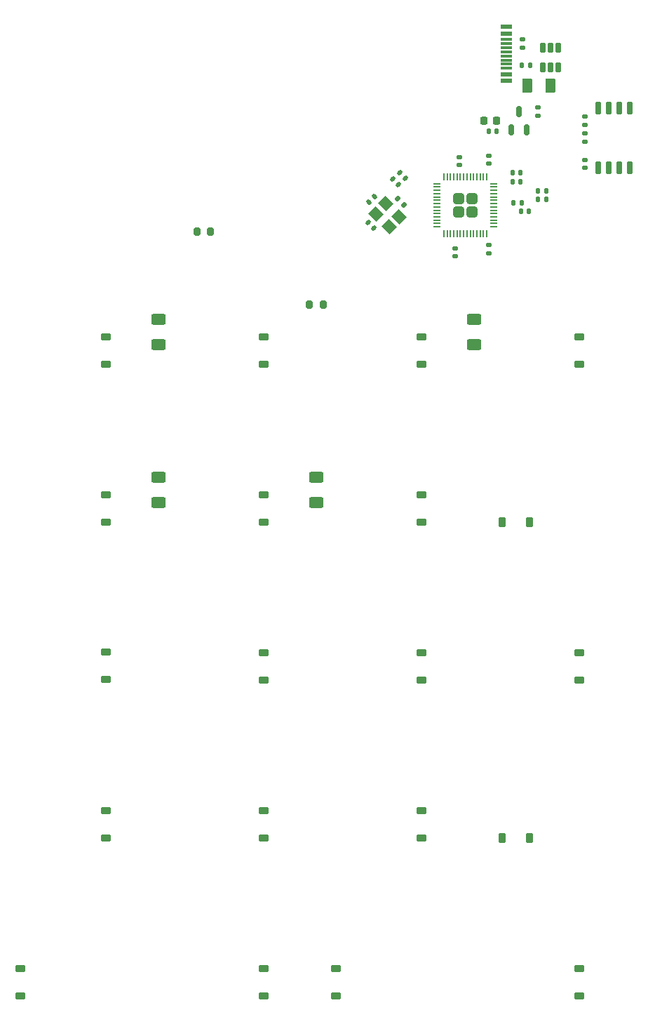
<source format=gbr>
%TF.GenerationSoftware,KiCad,Pcbnew,8.0.2*%
%TF.CreationDate,2024-11-08T17:23:41-08:00*%
%TF.ProjectId,gh80-5700,67683830-2d35-4373-9030-2e6b69636164,rev?*%
%TF.SameCoordinates,Original*%
%TF.FileFunction,Paste,Bot*%
%TF.FilePolarity,Positive*%
%FSLAX46Y46*%
G04 Gerber Fmt 4.6, Leading zero omitted, Abs format (unit mm)*
G04 Created by KiCad (PCBNEW 8.0.2) date 2024-11-08 17:23:41*
%MOMM*%
%LPD*%
G01*
G04 APERTURE LIST*
G04 Aperture macros list*
%AMRoundRect*
0 Rectangle with rounded corners*
0 $1 Rounding radius*
0 $2 $3 $4 $5 $6 $7 $8 $9 X,Y pos of 4 corners*
0 Add a 4 corners polygon primitive as box body*
4,1,4,$2,$3,$4,$5,$6,$7,$8,$9,$2,$3,0*
0 Add four circle primitives for the rounded corners*
1,1,$1+$1,$2,$3*
1,1,$1+$1,$4,$5*
1,1,$1+$1,$6,$7*
1,1,$1+$1,$8,$9*
0 Add four rect primitives between the rounded corners*
20,1,$1+$1,$2,$3,$4,$5,0*
20,1,$1+$1,$4,$5,$6,$7,0*
20,1,$1+$1,$6,$7,$8,$9,0*
20,1,$1+$1,$8,$9,$2,$3,0*%
%AMRotRect*
0 Rectangle, with rotation*
0 The origin of the aperture is its center*
0 $1 length*
0 $2 width*
0 $3 Rotation angle, in degrees counterclockwise*
0 Add horizontal line*
21,1,$1,$2,0,0,$3*%
G04 Aperture macros list end*
%ADD10RoundRect,0.140000X0.219203X0.021213X0.021213X0.219203X-0.219203X-0.021213X-0.021213X-0.219203X0*%
%ADD11RoundRect,0.225000X0.375000X-0.225000X0.375000X0.225000X-0.375000X0.225000X-0.375000X-0.225000X0*%
%ADD12RoundRect,0.140000X0.170000X-0.140000X0.170000X0.140000X-0.170000X0.140000X-0.170000X-0.140000X0*%
%ADD13RoundRect,0.140000X-0.170000X0.140000X-0.170000X-0.140000X0.170000X-0.140000X0.170000X0.140000X0*%
%ADD14RoundRect,0.135000X-0.185000X0.135000X-0.185000X-0.135000X0.185000X-0.135000X0.185000X0.135000X0*%
%ADD15RoundRect,0.140000X-0.140000X-0.170000X0.140000X-0.170000X0.140000X0.170000X-0.140000X0.170000X0*%
%ADD16RoundRect,0.200000X-0.200000X-0.275000X0.200000X-0.275000X0.200000X0.275000X-0.200000X0.275000X0*%
%ADD17RoundRect,0.250000X-0.625000X0.400000X-0.625000X-0.400000X0.625000X-0.400000X0.625000X0.400000X0*%
%ADD18RoundRect,0.250000X0.625000X-0.400000X0.625000X0.400000X-0.625000X0.400000X-0.625000X-0.400000X0*%
%ADD19RoundRect,0.150000X-0.150000X0.650000X-0.150000X-0.650000X0.150000X-0.650000X0.150000X0.650000X0*%
%ADD20RoundRect,0.249999X0.395001X-0.395001X0.395001X0.395001X-0.395001X0.395001X-0.395001X-0.395001X0*%
%ADD21RoundRect,0.050000X0.050000X-0.387500X0.050000X0.387500X-0.050000X0.387500X-0.050000X-0.387500X0*%
%ADD22RoundRect,0.050000X0.387500X-0.050000X0.387500X0.050000X-0.387500X0.050000X-0.387500X-0.050000X0*%
%ADD23RoundRect,0.135000X-0.135000X-0.185000X0.135000X-0.185000X0.135000X0.185000X-0.135000X0.185000X0*%
%ADD24RoundRect,0.150000X-0.150000X0.475000X-0.150000X-0.475000X0.150000X-0.475000X0.150000X0.475000X0*%
%ADD25RotRect,1.400000X1.200000X315.000000*%
%ADD26RoundRect,0.225000X-0.225000X-0.375000X0.225000X-0.375000X0.225000X0.375000X-0.225000X0.375000X0*%
%ADD27RoundRect,0.140000X-0.219203X-0.021213X-0.021213X-0.219203X0.219203X0.021213X0.021213X0.219203X0*%
%ADD28RoundRect,0.225000X0.225000X0.250000X-0.225000X0.250000X-0.225000X-0.250000X0.225000X-0.250000X0*%
%ADD29RoundRect,0.135000X-0.226274X-0.035355X-0.035355X-0.226274X0.226274X0.035355X0.035355X0.226274X0*%
%ADD30RoundRect,0.135000X0.135000X0.185000X-0.135000X0.185000X-0.135000X-0.185000X0.135000X-0.185000X0*%
%ADD31RoundRect,0.250000X-0.375000X-0.625000X0.375000X-0.625000X0.375000X0.625000X-0.375000X0.625000X0*%
%ADD32RoundRect,0.150000X0.150000X-0.512500X0.150000X0.512500X-0.150000X0.512500X-0.150000X-0.512500X0*%
%ADD33RoundRect,0.140000X0.021213X-0.219203X0.219203X-0.021213X-0.021213X0.219203X-0.219203X0.021213X0*%
%ADD34RoundRect,0.140000X0.140000X0.170000X-0.140000X0.170000X-0.140000X-0.170000X0.140000X-0.170000X0*%
%ADD35R,1.450000X0.600000*%
%ADD36R,1.450000X0.300000*%
G04 APERTURE END LIST*
D10*
%TO.C,C11*%
X98050000Y-40339411D03*
X97371178Y-39660589D03*
%TD*%
D11*
%TO.C,D10*%
X81756250Y-61975000D03*
X81756250Y-58675000D03*
%TD*%
D12*
%TO.C,C9*%
X108950000Y-37780000D03*
X108950000Y-36820000D03*
%TD*%
D13*
%TO.C,C6*%
X114900000Y-31020000D03*
X114900000Y-31980000D03*
%TD*%
D14*
%TO.C,R15*%
X113000000Y-22790000D03*
X113000000Y-23810000D03*
%TD*%
D15*
%TO.C,C5*%
X111820000Y-38900000D03*
X112780000Y-38900000D03*
%TD*%
D16*
%TO.C,R12*%
X87275000Y-54800000D03*
X88925000Y-54800000D03*
%TD*%
D17*
%TO.C,R9*%
X88106250Y-75600000D03*
X88106250Y-78700000D03*
%TD*%
D11*
%TO.C,D17*%
X100806250Y-100075000D03*
X100806250Y-96775000D03*
%TD*%
D18*
%TO.C,R11*%
X107156250Y-59650000D03*
X107156250Y-56550000D03*
%TD*%
D11*
%TO.C,D14*%
X81756250Y-138175000D03*
X81756250Y-134875000D03*
%TD*%
D19*
%TO.C,U2*%
X122185000Y-31100000D03*
X123455000Y-31100000D03*
X124725000Y-31100000D03*
X125995000Y-31100000D03*
X125995000Y-38300000D03*
X124725000Y-38300000D03*
X123455000Y-38300000D03*
X122185000Y-38300000D03*
%TD*%
D11*
%TO.C,D7*%
X62706250Y-100012500D03*
X62706250Y-96712500D03*
%TD*%
%TO.C,D9*%
X52387500Y-138175000D03*
X52387500Y-134875000D03*
%TD*%
%TO.C,D18*%
X100806250Y-119125000D03*
X100806250Y-115825000D03*
%TD*%
%TO.C,D15*%
X100806250Y-61975000D03*
X100806250Y-58675000D03*
%TD*%
D20*
%TO.C,U1*%
X105300000Y-43600000D03*
X106900000Y-43600000D03*
X105300000Y-42000000D03*
X106900000Y-42000000D03*
D21*
X108700000Y-46237500D03*
X108300000Y-46237500D03*
X107900000Y-46237500D03*
X107500000Y-46237500D03*
X107100000Y-46237500D03*
X106700000Y-46237500D03*
X106300000Y-46237500D03*
X105900000Y-46237500D03*
X105500000Y-46237500D03*
X105100000Y-46237500D03*
X104700000Y-46237500D03*
X104300000Y-46237500D03*
X103900000Y-46237500D03*
X103500000Y-46237500D03*
D22*
X102662500Y-45400000D03*
X102662500Y-45000000D03*
X102662500Y-44600000D03*
X102662500Y-44200000D03*
X102662500Y-43800000D03*
X102662500Y-43400000D03*
X102662500Y-43000000D03*
X102662500Y-42600000D03*
X102662500Y-42200000D03*
X102662500Y-41800000D03*
X102662500Y-41400000D03*
X102662500Y-41000000D03*
X102662500Y-40600000D03*
X102662500Y-40200000D03*
D21*
X103500000Y-39362500D03*
X103900000Y-39362500D03*
X104300000Y-39362500D03*
X104700000Y-39362500D03*
X105100000Y-39362500D03*
X105500000Y-39362500D03*
X105900000Y-39362500D03*
X106300000Y-39362500D03*
X106700000Y-39362500D03*
X107100000Y-39362500D03*
X107500000Y-39362500D03*
X107900000Y-39362500D03*
X108300000Y-39362500D03*
X108700000Y-39362500D03*
D22*
X109537500Y-40200000D03*
X109537500Y-40600000D03*
X109537500Y-41000000D03*
X109537500Y-41400000D03*
X109537500Y-41800000D03*
X109537500Y-42200000D03*
X109537500Y-42600000D03*
X109537500Y-43000000D03*
X109537500Y-43400000D03*
X109537500Y-43800000D03*
X109537500Y-44200000D03*
X109537500Y-44600000D03*
X109537500Y-45000000D03*
X109537500Y-45400000D03*
%TD*%
D23*
%TO.C,R3*%
X114890000Y-41100000D03*
X115910000Y-41100000D03*
%TD*%
D11*
%TO.C,D20*%
X119856250Y-61975000D03*
X119856250Y-58675000D03*
%TD*%
%TO.C,D22*%
X119856250Y-100075000D03*
X119856250Y-96775000D03*
%TD*%
D15*
%TO.C,C2*%
X112820000Y-43500000D03*
X113780000Y-43500000D03*
%TD*%
D24*
%TO.C,U4*%
X115423108Y-23809206D03*
X116373108Y-23809206D03*
X117323108Y-23809206D03*
X117323108Y-26159206D03*
X116373108Y-26159206D03*
X115423108Y-26159206D03*
%TD*%
D25*
%TO.C,Y1*%
X96523223Y-42621142D03*
X98078858Y-44176777D03*
X96876777Y-45378858D03*
X95321142Y-43823223D03*
%TD*%
D26*
%TO.C,D21*%
X110550000Y-81000000D03*
X113850000Y-81000000D03*
%TD*%
D12*
%TO.C,C7*%
X105350000Y-37950000D03*
X105350000Y-36990000D03*
%TD*%
D17*
%TO.C,R5*%
X69056250Y-75600000D03*
X69056250Y-78700000D03*
%TD*%
D11*
%TO.C,D12*%
X81756250Y-100075000D03*
X81756250Y-96775000D03*
%TD*%
D27*
%TO.C,C14*%
X94360589Y-44860589D03*
X95039411Y-45539411D03*
%TD*%
D28*
%TO.C,C4*%
X109875000Y-32600000D03*
X108325000Y-32600000D03*
%TD*%
D11*
%TO.C,D6*%
X62706250Y-81025000D03*
X62706250Y-77725000D03*
%TD*%
D10*
%TO.C,C3*%
X98839411Y-39539411D03*
X98160589Y-38860589D03*
%TD*%
D29*
%TO.C,R17*%
X97939376Y-42039376D03*
X98660624Y-42760624D03*
%TD*%
D18*
%TO.C,R7*%
X69056250Y-59650000D03*
X69056250Y-56550000D03*
%TD*%
D26*
%TO.C,D23*%
X110550000Y-119100000D03*
X113850000Y-119100000D03*
%TD*%
D14*
%TO.C,R13*%
X120500000Y-34090000D03*
X120500000Y-35110000D03*
%TD*%
D12*
%TO.C,C8*%
X120500000Y-38280000D03*
X120500000Y-37320000D03*
%TD*%
D14*
%TO.C,R14*%
X120500000Y-32090000D03*
X120500000Y-33110000D03*
%TD*%
D23*
%TO.C,R16*%
X112890000Y-25900000D03*
X113910000Y-25900000D03*
%TD*%
D11*
%TO.C,D5*%
X62706250Y-61975000D03*
X62706250Y-58675000D03*
%TD*%
D13*
%TO.C,C13*%
X104880000Y-48020000D03*
X104880000Y-48980000D03*
%TD*%
%TO.C,C16*%
X108910000Y-47620000D03*
X108910000Y-48580000D03*
%TD*%
D11*
%TO.C,D8*%
X62706250Y-119125000D03*
X62706250Y-115825000D03*
%TD*%
D15*
%TO.C,C1*%
X111820000Y-40000000D03*
X112780000Y-40000000D03*
%TD*%
D11*
%TO.C,D11*%
X81756250Y-81025000D03*
X81756250Y-77725000D03*
%TD*%
D16*
%TO.C,R1*%
X73675000Y-46000000D03*
X75325000Y-46000000D03*
%TD*%
D15*
%TO.C,C12*%
X111920000Y-42500000D03*
X112880000Y-42500000D03*
%TD*%
D30*
%TO.C,R2*%
X115910000Y-42100000D03*
X114890000Y-42100000D03*
%TD*%
D31*
%TO.C,F1*%
X113600000Y-28400000D03*
X116400000Y-28400000D03*
%TD*%
D32*
%TO.C,U3*%
X113550000Y-33737500D03*
X111650000Y-33737500D03*
X112600000Y-31462500D03*
%TD*%
D11*
%TO.C,D13*%
X81756250Y-119125000D03*
X81756250Y-115825000D03*
%TD*%
%TO.C,D24*%
X119856250Y-138175000D03*
X119856250Y-134875000D03*
%TD*%
%TO.C,D19*%
X90487500Y-138175000D03*
X90487500Y-134875000D03*
%TD*%
D33*
%TO.C,C15*%
X94460589Y-42439411D03*
X95139411Y-41760589D03*
%TD*%
D11*
%TO.C,D16*%
X100806250Y-81025000D03*
X100806250Y-77725000D03*
%TD*%
D34*
%TO.C,C10*%
X109880000Y-33900000D03*
X108920000Y-33900000D03*
%TD*%
D35*
%TO.C,J1*%
X111035000Y-27781200D03*
X111035000Y-26981200D03*
D36*
X111035000Y-25781200D03*
X111035000Y-24781200D03*
X111035000Y-24281200D03*
X111035000Y-23281200D03*
D35*
X111035000Y-22081200D03*
X111035000Y-21281200D03*
X111035000Y-21281200D03*
X111035000Y-22081200D03*
D36*
X111035000Y-22781200D03*
X111035000Y-23781200D03*
X111035000Y-25281200D03*
X111035000Y-26281200D03*
D35*
X111035000Y-26981200D03*
X111035000Y-27781200D03*
%TD*%
M02*

</source>
